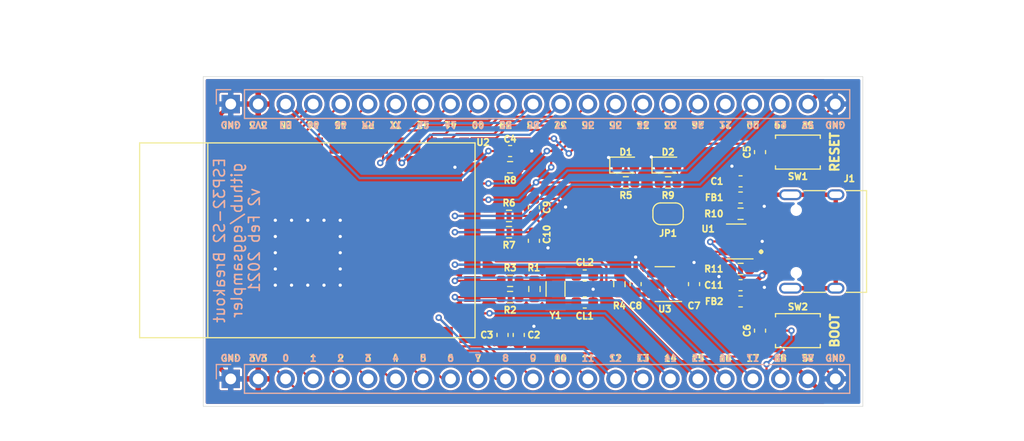
<source format=kicad_pcb>
(kicad_pcb (version 20240108) (generator "pcbnew") (generator_version "8.0")
  (layers (0 "F.Cu" signal) (31 "B.Cu" signal) (34 "B.Paste" user) (35 "F.Paste" user) (36 "B.SilkS" user "B.Silkscreen") (37 "F.SilkS" user "F.Silkscreen") (38 "B.Mask" user) (39 "F.Mask" user) (44 "Edge.Cuts" user))
  (net 0 "")
  (net 1 "/IO0")
  (net 2 "GND")
  (net 3 "VBUS")
  (net 4 "+3V3")
  (net 5 "/EN")
  (net 6 "Net-(CL1-Pad1)")
  (net 7 "Net-(CL2-Pad1)")
  (net 8 "/USB_D+")
  (net 9 "/USB_D-")
  (net 10 "/IO18")
  (net 11 "/IO17")
  (net 12 "/IO16")
  (net 13 "/IO15")
  (net 14 "/IO14")
  (net 15 "/IO13")
  (net 16 "/IO12")
  (net 17 "/IO11")
  (net 18 "/IO10")
  (net 19 "/IO9")
  (net 20 "/IO8")
  (net 21 "/IO7")
  (net 22 "/IO6")
  (net 23 "/IO5")
  (net 24 "/IO4")
  (net 25 "/IO3")
  (net 26 "/IO2")
  (net 27 "/IO1")
  (net 28 "/IO19")
  (net 29 "/IO20")
  (net 30 "/IO21")
  (net 31 "/IO26")
  (net 32 "/IO33")
  (net 33 "/IO34")
  (net 34 "/IO35")
  (net 35 "/IO36")
  (net 36 "/IO37")
  (net 37 "/IO38")
  (net 38 "/IO39")
  (net 39 "/IO40")
  (net 40 "/IO41")
  (net 41 "/IO42")
  (net 42 "/TXD0")
  (net 43 "/RXD0")
  (net 44 "/IO45")
  (net 45 "/IO46")
  (net 46 "Net-(D1-Pad2)")
  (net 47 "Net-(U3-Pad4)")
  (net 48 "Net-(D2-Pad2)")
  (net 49 "Net-(JP1-Pad2)")
  (net 50 "+5V")
  (net 51 "/D+")
  (net 52 "/D-")
  (net 53 "Net-(C1-Pad2)")
  (net 54 "Net-(J1-PadB8)")
  (net 55 "Net-(J1-PadA5)")
  (net 56 "Net-(J1-PadA8)")
  (net 57 "Net-(J1-PadB5)")
  (footprint "Capacitor_SMD:C_0603_1608Metric" (layer "F.Cu") (at 162.2 103 90)
    (property "Reference" "C7")
    (property "Value" "10u")
  )
  (footprint "Capacitor_SMD:C_0603_1608Metric" (layer "F.Cu") (at 156.8 103 90)
    (property "Reference" "C8")
    (property "Value" "4.7u")
  )
  (footprint "Capacitor_SMD:C_0603_1608Metric" (layer "F.Cu") (at 146 107.7 90)
    (property "Reference" "C2")
    (property "Value" "22u")
  )
  (footprint "Capacitor_SMD:C_0603_1608Metric" (layer "F.Cu") (at 144.5 107.7 90)
    (property "Reference" "C3")
    (property "Value" "0.1u")
  )
  (footprint "Capacitor_SMD:C_0603_1608Metric" (layer "F.Cu") (at 152.1 104.7)
    (property "Reference" "CL1")
    (property "Value" "20p")
  )
  (footprint "Capacitor_SMD:C_0603_1608Metric" (layer "F.Cu") (at 152.1 102.2)
    (property "Reference" "CL2")
    (property "Value" "20p")
  )
  (footprint "Resistor_SMD:R_0603_1608Metric" (layer "F.Cu") (at 145.2 104.2 180)
    (property "Reference" "R2")
    (property "Value" "0r")
  )
  (footprint "Resistor_SMD:R_0603_1608Metric" (layer "F.Cu") (at 145.2 102.7)
    (property "Reference" "R3")
    (property "Value" "0r")
  )
  (footprint "Resistor_SMD:R_0603_1608Metric" (layer "F.Cu") (at 155.3 103 -90)
    (property "Reference" "R4")
    (property "Value" "10k")
  )
  (footprint "Resistor_SMD:R_0603_1608Metric" (layer "F.Cu") (at 145.2 92.2 180)
    (property "Reference" "R8")
    (property "Value" "10k")
  )
  (footprint "Package_TO_SOT_SMD:SOT-23-5" (layer "F.Cu") (at 159.5 103 180)
    (property "Reference" "U3")
    (property "Value" "XC6220B331MR")
  )
  (footprint "ESP32-S2-Breakout:Crystal_SMD_3215-2Pin_3.2x1.5mm" (layer "F.Cu") (at 149.4 103.45 -90)
    (property "Reference" "Y1")
    (property "Value" "32.768KHz 12.5p")
  )
  (footprint "Resistor_SMD:R_0603_1608Metric" (layer "F.Cu") (at 147.45 103.45 -90)
    (property "Reference" "R1")
    (property "Value" "N/C")
  )
  (footprint "Resistor_SMD:R_0603_1608Metric" (layer "F.Cu") (at 145.1 96.7 180)
    (property "Reference" "R6")
    (property "Value" "22r")
  )
  (footprint "Capacitor_SMD:C_0603_1608Metric" (layer "F.Cu") (at 168.3 107.3 90)
    (property "Reference" "C6")
    (property "Value" "0.1u")
  )
  (footprint "ESP32-S2-Breakout:Alps_SKRK" (layer "F.Cu") (at 171.8 107.3 180)
    (property "Reference" "SW2")
    (property "Value" "Boot")
  )
  (footprint "ESP32-S2-Breakout:ESP32-S2-WROOM" (layer "F.Cu") (at 110.96 107.95 90)
    (property "Reference" "U2")
    (property "Value" "ESP32-S2-WROOM")
  )
  (footprint "LED_SMD:LED_0603_1608Metric" (layer "F.Cu") (at 155.9 92)
    (property "Reference" "D1")
    (property "Value" "LED")
  )
  (footprint "Resistor_SMD:R_0603_1608Metric" (layer "F.Cu") (at 155.9 93.6 180)
    (property "Reference" "R5")
    (property "Value" "100r")
  )
  (footprint "Capacitor_SMD:C_0603_1608Metric" (layer "F.Cu") (at 166.5 93.5)
    (property "Reference" "C1")
    (property "Value" "0.1u")
  )
  (footprint "Inductor_SMD:L_0603_1608Metric" (layer "F.Cu") (at 166.5 95 180)
    (property "Reference" "FB1")
    (property "Value" ">1A")
  )
  (footprint "Inductor_SMD:L_0603_1608Metric" (layer "F.Cu") (at 166.5 104.6)
    (property "Reference" "FB2")
    (property "Value" ">1A")
  )
  (footprint "Capacitor_SMD:C_0603_1608Metric" (layer "F.Cu") (at 147.4 95.9 -90)
    (property "Reference" "C9")
    (property "Value" "20p")
  )
  (footprint "Capacitor_SMD:C_0603_1608Metric" (layer "F.Cu") (at 147.4 99 -90)
    (property "Reference" "C10")
    (property "Value" "20p")
  )
  (footprint "ESP32-S2-Breakout:Alps_SKRK" (layer "F.Cu") (at 171.8 90.8 180)
    (property "Reference" "SW1")
    (property "Value" "Reset")
  )
  (footprint "Capacitor_SMD:C_0603_1608Metric" (layer "F.Cu") (at 168.3 90.8 -90)
    (property "Reference" "C5")
    (property "Value" "0.1u")
  )
  (footprint "Resistor_SMD:R_0603_1608Metric" (layer "F.Cu") (at 159.8 93.6)
    (property "Reference" "R9")
    (property "Value" "750r")
  )
  (footprint "LED_SMD:LED_0603_1608Metric" (layer "F.Cu") (at 159.8 92)
    (property "Reference" "D2")
    (property "Value" "LED")
  )
  (footprint "Jumper:SolderJumper-2_P1.3mm_Bridged_RoundedPad1.0x1.5mm" (layer "F.Cu") (at 159.8 96.5 180)
    (property "Reference" "JP1")
    (property "Value" "SolderJumper_2_Bridged")
  )
  (footprint "Resistor_SMD:R_0603_1608Metric" (layer "F.Cu") (at 145.1 98.2 180)
    (property "Reference" "R7")
    (property "Value" "22r")
  )
  (footprint "Capacitor_SMD:C_0603_1608Metric" (layer "F.Cu") (at 145.2 90.7)
    (property "Reference" "C4")
    (property "Value" "0.1u")
  )
  (footprint "Capacitor_SMD:C_0603_1608Metric" (layer "F.Cu") (at 166.5 103.1 180)
    (property "Reference" "C11")
    (property "Value" "0.1u")
  )
  (footprint "Package_TO_SOT_SMD:SOT-23-6" (layer "F.Cu") (at 166.1 99.06 180)
    (property "Reference" "U1")
    (property "Value" "USBLC6-2SC6")
  )
  (footprint "ESP32-S2-Breakout:USB_C_Receptacle_HRO_TYPE-C-31-M-12" (layer "F.Cu") (at 174.244 99.06 90)
    (property "Reference" "J1")
    (property "Value" "USB_C_Receptacle_USB2.0")
  )
  (footprint "Resistor_SMD:R_0603_1608Metric" (layer "F.Cu") (at 166.5 96.5 180)
    (property "Reference" "R10")
    (property "Value" "5.1k")
  )
  (footprint "Resistor_SMD:R_0603_1608Metric" (layer "F.Cu") (at 166.5 101.6 180)
    (property "Reference" "R11")
    (property "Value" "5.1k")
  )
  (footprint "Connector_PinHeader_2.54mm:PinHeader_1x23_P2.54mm_Vertical" (layer "B.Cu") (at 119.38 86.36 -90)
    (property "Reference" "J3" (hide yes))
    (property "Value" "Conn_01x23")
  )
  (footprint "Connector_PinHeader_2.54mm:PinHeader_1x23_P2.54mm_Vertical" (layer "B.Cu") (at 119.38 111.76 -90)
    (property "Reference" "J2" (hide yes))
    (property "Value" "Conn_01x23")
  )
  (gr_line (start 177.8 83.82) (end 116.84 83.82) (stroke (width 0.05)) (layer "Edge.Cuts"))
  (gr_line (start 116.84 83.82) (end 116.84 114.3) (stroke (width 0.05)) (layer "Edge.Cuts"))
  (gr_line (start 116.84 114.3) (end 177.8 114.3) (stroke (width 0.05)) (layer "Edge.Cuts"))
  (gr_line (start 177.8 114.3) (end 177.8 83.82) (stroke (width 0.05)) (layer "Edge.Cuts"))
  (gr_text "19" (at 170.18 88.265 180) (layer "B.SilkS") (effects (font (size 0.6 0.6)) (justify mirror)))
  (gr_text "20" (at 167.64 88.265 180) (layer "B.SilkS") (effects (font (size 0.6 0.6)) (justify mirror)))
  (gr_text "21" (at 165.1 88.265 180) (layer "B.SilkS") (effects (font (size 0.6 0.6)) (justify mirror)))
  (gr_text "26" (at 162.56 88.265 180) (layer "B.SilkS") (effects (font (size 0.6 0.6)) (justify mirror)))
  (gr_text "33" (at 160.02 88.265 180) (layer "B.SilkS") (effects (font (size 0.6 0.6)) (justify mirror)))
  (gr_text "RX" (at 132.08 88.265 180) (layer "B.SilkS") (effects (font (size 0.6 0.6)) (justify mirror)))
  (gr_text "3V3" (at 121.92 88.265 180) (layer "B.SilkS") (effects (font (size 0.6 0.6)) (justify mirror)))
  (gr_text "42" (at 137.16 88.265 180) (layer "B.SilkS") (effects (font (size 0.6 0.6)) (justify mirror)))
  (gr_text "40" (at 142.24 88.265 180) (layer "B.SilkS") (effects (font (size 0.6 0.6)) (justify mirror)))
  (gr_text "45" (at 129.54 88.265 180) (layer "B.SilkS") (effects (font (size 0.6 0.6)) (justify mirror)))
  (gr_text "38" (at 147.32 88.265 180) (layer "B.SilkS") (effects (font (size 0.6 0.6)) (justify mirror)))
  (gr_text "41" (at 139.7 88.265 180) (layer "B.SilkS") (effects (font (size 0.6 0.6)) (justify mirror)))
  (gr_text "46" (at 127 88.265 180) (layer "B.SilkS") (effects (font (size 0.6 0.6)) (justify mirror)))
  (gr_text "37" (at 149.86 88.265 180) (layer "B.SilkS") (effects (font (size 0.6 0.6)) (justify mirror)))
  (gr_text "GND" (at 119.38 88.265 180) (layer "B.SilkS") (effects (font (size 0.6 0.6)) (justify mirror)))
  (gr_text "TX" (at 134.62 88.265 180) (layer "B.SilkS") (effects (font (size 0.6 0.6)) (justify mirror)))
  (gr_text "35" (at 154.94 88.265 180) (layer "B.SilkS") (effects (font (size 0.6 0.6)) (justify mirror)))
  (gr_text "34" (at 157.48 88.265 180) (layer "B.SilkS") (effects (font (size 0.6 0.6)) (justify mirror)))
  (gr_text "36" (at 152.4 88.265 180) (layer "B.SilkS") (effects (font (size 0.6 0.6)) (justify mirror)))
  (gr_text "39" (at 144.78 88.265 180) (layer "B.SilkS") (effects (font (size 0.6 0.6)) (justify mirror)))
  (gr_text "EN" (at 124.46 88.265 180) (layer "B.SilkS") (effects (font (size 0.6 0.6)) (justify mirror)))
  (gr_text "16" (at 165.1 109.855 0) (layer "B.SilkS") (effects (font (size 0.6 0.6)) (justify mirror)))
  (gr_text "17" (at 167.64 109.855 0) (layer "B.SilkS") (effects (font (size 0.6 0.6)) (justify mirror)))
  (gr_text "7" (at 142.24 109.855 0) (layer "B.SilkS") (effects (font (size 0.6 0.6)) (justify mirror)))
  (gr_text "6" (at 139.7 109.855 0) (layer "B.SilkS") (effects (font (size 0.6 0.6)) (justify mirror)))
  (gr_text "5" (at 137.16 109.855 0) (layer "B.SilkS") (effects (font (size 0.6 0.6)) (justify mirror)))
  (gr_text "4" (at 134.62 109.855 0) (layer "B.SilkS") (effects (font (size 0.6 0.6)) (justify mirror)))
  (gr_text "10" (at 149.86 109.855 0) (layer "B.SilkS") (effects (font (size 0.6 0.6)) (justify mirror)))
  (gr_text "1" (at 127 109.855 0) (layer "B.SilkS") (effects (font (size 0.6 0.6)) (justify mirror)))
  (gr_text "3V3" (at 121.92 109.855 0) (layer "B.SilkS") (effects (font (size 0.6 0.6)) (justify mirror)))
  (gr_text "GND" (at 119.38 109.855 0) (layer "B.SilkS") (effects (font (size 0.6 0.6)) (justify mirror)))
  (gr_text "3" (at 132.08 109.855 0) (layer "B.SilkS") (effects (font (size 0.6 0.6)) (justify mirror)))
  (gr_text "18" (at 170.18 109.855 0) (layer "B.SilkS") (effects (font (size 0.6 0.6)) (justify mirror)))
  (gr_text "15" (at 162.56 109.855 0) (layer "B.SilkS") (effects (font (size 0.6 0.6)) (justify mirror)))
  (gr_text "8" (at 144.78 109.855 0) (layer "B.SilkS") (effects (font (size 0.6 0.6)) (justify mirror)))
  (gr_text "2" (at 129.54 109.855 0) (layer "B.SilkS") (effects (font (size 0.6 0.6)) (justify mirror)))
  (gr_text "9" (at 147.32 109.855 0) (layer "B.SilkS") (effects (font (size 0.6 0.6)) (justify mirror)))
  (gr_text "13" (at 157.48 109.855 0) (layer "B.SilkS") (effects (font (size 0.6 0.6)) (justify mirror)))
  (gr_text "14" (at 160.02 109.855 0) (layer "B.SilkS") (effects (font (size 0.6 0.6)) (justify mirror)))
  (gr_text "11" (at 152.4 109.855 0) (layer "B.SilkS") (effects (font (size 0.6 0.6)) (justify mirror)))
  (gr_text "12" (at 154.94 109.855 0) (layer "B.SilkS") (effects (font (size 0.6 0.6)) (justify mirror)))
  (gr_text "0" (at 124.46 109.855 0) (layer "B.SilkS") (effects (font (size 0.6 0.6)) (justify mirror)))
  (gr_text "ESP32-S2 Breakout\ngithub/eggsampler\nv2 Feb 2021" (at 119.95 98.95 90) (layer "B.SilkS") (effects (font (size 1 1)) (justify mirror)))
  (gr_text "GND" (at 175.26 109.855 0) (layer "B.SilkS") (effects (font (size 0.6 0.6)) (justify mirror)))
  (gr_text "5V" (at 172.72 88.265 180) (layer "B.SilkS") (effects (font (size 0.6 0.6)) (justify mirror)))
  (gr_text "5V" (at 172.72 109.855 0) (layer "B.SilkS") (effects (font (size 0.6 0.6)) (justify mirror)))
  (gr_text "GND" (at 175.26 88.265 180) (layer "B.SilkS") (effects (font (size 0.6 0.6)) (justify mirror)))
  (gr_text "GND" (at 175.26 109.855 0) (layer "F.SilkS") (effects (font (size 0.6 0.6))))
  (gr_text "RESET" (at 175.2 90.8 90) (layer "F.SilkS") (effects (font (size 0.8 0.8) (thickness 0.2))))
  (gr_text "9" (at 147.32 109.855 0) (layer "F.SilkS") (effects (font (size 0.6 0.6))))
  (gr_text "40" (at 142.24 88.265 180) (layer "F.SilkS") (effects (font (size 0.6 0.6))))
  (gr_text "46" (at 127 88.265 180) (layer "F.SilkS") (effects (font (size 0.6 0.6))))
  (gr_text "33" (at 160.02 88.265 180) (layer "F.SilkS") (effects (font (size 0.6 0.6))))
  (gr_text "10" (at 149.86 109.855 0) (layer "F.SilkS") (effects (font (size 0.6 0.6))))
  (gr_text "38" (at 147.32 88.265 180) (layer "F.SilkS") (effects (font (size 0.6 0.6))))
  (gr_text "4" (at 134.62 109.855 0) (layer "F.SilkS") (effects (font (size 0.6 0.6))))
  (gr_text "21" (at 165.1 88.265 180) (layer "F.SilkS") (effects (font (size 0.6 0.6))))
  (gr_text "6" (at 139.7 109.855 0) (layer "F.SilkS") (effects (font (size 0.6 0.6))))
  (gr_text "20" (at 167.64 88.265 180) (layer "F.SilkS") (effects (font (size 0.6 0.6))))
  (gr_text "41" (at 139.7 88.265 180) (layer "F.SilkS") (effects (font (size 0.6 0.6))))
  (gr_text "17" (at 167.64 109.855 0) (layer "F.SilkS") (effects (font (size 0.6 0.6))))
  (gr_text "19" (at 170.18 88.265 180) (layer "F.SilkS") (effects (font (size 0.6 0.6))))
  (gr_text "14" (at 160.02 109.855 0) (layer "F.SilkS") (effects (font (size 0.6 0.6))))
  (gr_text "GND" (at 119.38 88.265 180) (layer "F.SilkS") (effects (font (size 0.6 0.6))))
  (gr_text "7" (at 142.24 109.855 0) (layer "F.SilkS") (effects (font (size 0.6 0.6))))
  (gr_text "RX" (at 132.08 88.265 180) (layer "F.SilkS") (effects (font (size 0.6 0.6))))
  (gr_text "3V3" (at 121.92 88.265 180) (layer "F.SilkS") (effects (font (size 0.6 0.6))))
  (gr_text "11" (at 152.4 109.855 0) (layer "F.SilkS") (effects (font (size 0.6 0.6))))
  (gr_text "5V" (at 172.72 109.855 0) (layer "F.SilkS") (effects (font (size 0.6 0.6))))
  (gr_text "2" (at 129.54 109.855 0) (layer "F.SilkS") (effects (font (size 0.6 0.6))))
  (gr_text "13" (at 157.48 109.855 0) (layer "F.SilkS") (effects (font (size 0.6 0.6))))
  (gr_text "36" (at 152.4 88.265 180) (layer "F.SilkS") (effects (font (size 0.6 0.6))))
  (gr_text "." (at 168.4 99.4 0) (layer "F.SilkS") (effects (font (size 1.5 1.5) (thickness 0.3))))
  (gr_text "3" (at 132.08 109.855 0) (layer "F.SilkS") (effects (font (size 0.6 0.6))))
  (gr_text "18" (at 170.18 109.855 0) (layer "F.SilkS") (effects (font (size 0.6 0.6))))
  (gr_text "16" (at 165.1 109.855 0) (layer "F.SilkS") (effects (font (size 0.6 0.6))))
  (gr_text "1" (at 127 109.855 0) (layer "F.SilkS") (effects (font (size 0.6 0.6))))
  (gr_text "5" (at 137.16 109.855 0) (layer "F.SilkS") (effects (font (size 0.6 0.6))))
  (gr_text "TX" (at 134.62 88.265 180) (layer "F.SilkS") (effects (font (size 0.6 0.6))))
  (gr_text "GND" (at 119.38 109.855 0) (layer "F.SilkS") (effects (font (size 0.6 0.6))))
  (gr_text "34" (at 157.48 88.265 180) (layer "F.SilkS") (effects (font (size 0.6 0.6))))
  (gr_text "35" (at 154.94 88.265 180) (layer "F.SilkS") (effects (font (size 0.6 0.6))))
  (gr_text "42" (at 137.16 88.265 180) (layer "F.SilkS") (effects (font (size 0.6 0.6))))
  (gr_text "GND" (at 175.26 88.265 180) (layer "F.SilkS") (effects (font (size 0.6 0.6))))
  (gr_text "12" (at 154.94 109.855 0) (layer "F.SilkS") (effects (font (size 0.6 0.6))))
  (gr_text "45" (at 129.54 88.265 180) (layer "F.SilkS") (effects (font (size 0.6 0.6))))
  (gr_text "15" (at 162.56 109.855 0) (layer "F.SilkS") (effects (font (size 0.6 0.6))))
  (gr_text "26" (at 162.56 88.265 180) (layer "F.SilkS") (effects (font (size 0.6 0.6))))
  (gr_text "5V" (at 172.72 88.265 180) (layer "F.SilkS") (effects (font (size 0.6 0.6))))
  (gr_text "3V3" (at 121.92 109.855 0) (layer "F.SilkS") (effects (font (size 0.6 0.6))))
  (gr_text "8" (at 144.78 109.855 0) (layer "F.SilkS") (effects (font (size 0.6 0.6))))
  (gr_text "39" (at 144.78 88.265 180) (layer "F.SilkS") (effects (font (size 0.6 0.6))))
  (gr_text "BOOT" (at 175.2 107.3 90) (layer "F.SilkS") (effects (font (size 0.8 0.8) (thickness 0.2))))
  (gr_text "37" (at 149.86 88.265 180) (layer "F.SilkS") (effects (font (size 0.6 0.6))))
  (gr_text "EN" (at 124.46 88.265 180) (layer "F.SilkS") (effects (font (size 0.6 0.6))))
  (gr_text "0" (at 124.46 109.855 0) (layer "F.SilkS") (effects (font (size 0.6 0.6))))
  (segment (start 167.8 113.4) (end 168.9 112.3) (width 0.2032) (layer "F.Cu") (net 1))
  (segment (start 121.46 107.7) (end 121.46 108.76) (width 0.2032) (layer "F.Cu") (net 1))
  (segment (start 168.925 108.075) (end 169.7 107.3) (width 0.2032) (layer "F.Cu") (net 1))
  (segment (start 124.46 111.76) (end 126.1 113.4) (width 0.2032) (layer "F.Cu") (net 1))
  (segment (start 168.3 108.075) (end 168.925 108.075) (width 0.2032) (layer "F.Cu") (net 1))
  (segment (start 168.9 112.3) (end 168.9 110.4) (width 0.2032) (layer "F.Cu") (net 1))
  (segment (start 121.46 108.76) (end 124.46 111.76) (width 0.2032) (layer "F.Cu") (net 1))
  (segment (start 126.1 113.4) (end 167.8 113.4) (width 0.2032) (layer "F.Cu") (net 1))
  (segment (start 169.7 107.3) (end 171.2 107.3) (width 0.2032) (layer "F.Cu") (net 1))
  (via (at 171.2 107.3) (size 0.6) (drill 0.3) (layers "F.Cu" "B.Cu") (net 1))
  (via (at 168.9 110.4) (size 0.6) (drill 0.3) (layers "F.Cu" "B.Cu") (net 1))
  (segment (start 171.2 108.1) (end 168.9 110.4) (width 0.2032) (layer "B.Cu") (net 1))
  (segment (start 171.2 107.3) (end 171.2 108.1) (width 0.2032) (layer "B.Cu") (net 1))
  (segment (start 158.99839 92) (end 158.249195 91.250805) (width 0.2032) (layer "F.Cu") (net 2))
  (segment (start 170.199 95.81) (end 168.690022 95.81) (width 0.4064) (layer "F.Cu") (net 2))
  (segment (start 118.46 107.7) (end 118.46 110.84) (width 0.4064) (layer "F.Cu") (net 2))
  (segment (start 167.2 99.06) (end 168.49 99.06) (width 0.2032) (layer "F.Cu") (net 2))
  (segment (start 147.375 106.925) (end 147.4 106.9) (width 0.4064) (layer "F.Cu") (net 2))
  (segment (start 156.8 102.225) (end 156.8 100.5) (width 0.4064) (layer "F.Cu") (net 2))
  (segment (start 118.46 110.84) (end 119.38 111.76) (width 0.4064) (layer "F.Cu") (net 2))
  (segment (start 159.0125 92) (end 158.99839 92) (width 0.2032) (layer "F.Cu") (net 2))
  (segment (start 147.4 95.125) (end 149.575 95.125) (width 0.2032) (layer "F.Cu") (net 2))
  (segment (start 148.675 99.675) (end 148.7 99.65) (width 0.2032) (layer "F.Cu") (net 2))
  (segment (start 145.975 90.7) (end 147.2 90.7) (width 0.2032) (layer "F.Cu") (net 2))
  (segment (start 173.9 87.72) (end 175.26 86.36) (width 0.2032) (layer "F.Cu") (net 2))
  (segment (start 173.9 107.3) (end 173.9 110.4) (width 0.2032) (layer "F.Cu") (net 2))
  (segment (start 172.59839 105.99839) (end 173.9 107.3) (width 0.2032) (layer "F.Cu") (net 2))
  (segment (start 118.46 87.28) (end 119.38 86.36) (width 0.4064) (layer "F.Cu") (net 2))
  (segment (start 155.1125 92) (end 154.999994 92) (width 0.2032) (layer "F.Cu") (net 2))
  (segment (start 165.675 101.6) (end 165.2 101.6) (width 0.4064) (layer "F.Cu") (net 2))
  (segment (start 149.575 95.125) (end 150.325 95.875) (width 0.2032) (layer "F.Cu") (net 2))
  (segment (start 118.46 90.2) (end 118.46 87.28) (width 0.4064) (layer "F.Cu") (net 2))
  (segment (start 147.4 99.675) (end 148.675 99.675) (width 0.2032) (layer "F.Cu") (net 2))
  (segment (start 161.425 103) (end 162.2 102.225) (width 0.4064) (layer "F.Cu") (net 2))
  (segment (start 165.675 95.0375) (end 165.7125 95) (width 0.4064) (layer "F.Cu") (net 2))
  (segment (start 165.3 103.1) (end 164.5 102.3) (width 0.4064) (layer "F.Cu") (net 2))
  (segment (start 165.7125 93.5125) (end 165.725 93.5) (width 0.4064) (layer "F.Cu") (net 2))
  (segment (start 160.6 103) (end 161.425 103) (width 0.4064) (layer "F.Cu") (net 2))
  (segment (start 165.725 93.5) (end 165.725 92.125) (width 0.4064) (layer "F.Cu") (net 2))
  (segment (start 169.69 102.31) (end 168.7 103.3) (width 0.4064) (layer "F.Cu") (net 2))
  (segment (start 168.3 91.575) (end 168.82661 92.10161) (width 0.2032) (layer "F.Cu") (net 2))
  (segment (start 170.199 102.31) (end 169.69 102.31) (width 0.4064) (layer "F.Cu") (net 2))
  (segment (start 165.2 101.6) (end 164.5 102.3) (width 0.4064) (layer "F.Cu") (net 2))
  (segment (start 165.725 103.1) (end 165.3 103.1) (width 0.4064) (layer "F.Cu") (net 2))
  (segment (start 168.49 99.06) (end 168.5 99.05) (width 0.2032) (layer "F.Cu") (net 2))
  (segment (start 152.875 104.7) (end 152.875 103.474982) (width 0.2032) (layer "F.Cu") (net 2))
  (segment (start 173.9 110.4) (end 175.26 111.76) (width 0.2032) (layer "F.Cu") (net 2))
  (segment (start 152.875 102.2) (end 152.875 103.474982) (width 0.2032) (layer "F.Cu") (net 2))
  (segment (start 165.675 96.5) (end 165.675 95.0375) (width 0.4064) (layer "F.Cu") (net 2))
  (segment (start 154.999994 92) (end 154.3 91.300006) (width 0.2032) (layer "F.Cu") (net 2))
  (segment (start 168.82661 105.99839) (end 172.59839 105.99839) (width 0.2032) (layer "F.Cu") (net 2))
  (segment (start 173.9 90.8) (end 173.9 87.72) (width 0.2032) (layer "F.Cu") (net 2))
  (segment (start 165.725 92.125) (end 165.7 92.1) (width 0.4064) (layer "F.Cu") (net 2))
  (segment (start 168.3 106.525) (end 168.82661 105.99839) (width 0.2032) (layer "F.Cu") (net 2))
  (segment (start 144.5 106.925) (end 146 106.925) (width 0.4064) (layer "F.Cu") (net 2))
  (segment (start 162.2 102.225) (end 162.2 101) (width 0.4064) (layer "F.Cu") (net 2))
  (segment (start 165.7125 95) (end 165.7125 93.5125) (width 0.4064) (layer "F.Cu") (net 2))
  (segment (start 146 106.925) (end 147.375 106.925) (width 0.4064) (layer "F.Cu") (net 2))
  (segment (start 141.71 92.2) (end 140.1 92.2) (width 0.4064) (layer "F.Cu") (net 2))
  (segment (start 172.59839 92.10161) (end 173.9 90.8) (width 0.2032) (layer "F.Cu") (net 2))
  (segment (start 168.82661 92.10161) (end 172.59839 92.10161) (width 0.2032) (layer "F.Cu") (net 2))
  (via (at 128 97.1) (size 0.6) (drill 0.3) (layers "F.Cu" "B.Cu") (net 2))
  (via (at 152.875 103.474982) (size 0.6) (drill 0.3) (layers "F.Cu" "B.Cu") (net 2))
  (via (at 129.5 100.1) (size 0.6) (drill 0.3) (layers "F.Cu" "B.Cu") (net 2))
  (via (at 126.5 103.1) (size 0.6) (drill 0.3) (layers "F.Cu" "B.Cu") (net 2))
  (via (at 147.4 106.9) (size 0.6) (drill 0.3) (layers "F.Cu" "B.Cu") (net 2))
  (via (at 126.5 97.1) (size 0.6) (drill 0.3) (layers "F.Cu" "B.Cu") (net 2))
  (via (at 165.7 92.1) (size 0.6) (drill 0.3) (layers "F.Cu" "B.Cu") (net 2))
  (via (at 168.690022 95.81) (size 0.6) (drill 0.3) (layers "F.Cu" "B.Cu") (net 2))
  (via (at 129.5 103.1) (size 0.6) (drill 0.3) (layers "F.Cu" "B.Cu") (net 2))
  (via (at 123.5 103.1) (size 0.6) (drill 0.3) (layers "F.Cu" "B.Cu") (net 2))
  (via (at 123.5 98.6) (size 0.6) (drill 0.3) (layers "F.Cu" "B.Cu") (net 2))
  (via (at 158.249195 91.250805) (size 0.6) (drill 0.3) (layers "F.Cu" "B.Cu") (net 2))
  (via (at 168.7 103.3) (size 0.6) (drill 0.3) (layers "F.Cu" "B.Cu") (net 2))
  (via (at 129.5 101.6) (size 0.6) (drill 0.3) (layers "F.Cu" "B.Cu") (net 2))
  (via (at 162.2 101) (size 0.6) (drill 0.3) (layers "F.Cu" "B.Cu") (net 2))
  (via (at 123.5 97.1) (size 0.6) (drill 0.3) (layers "F.Cu" "B.Cu") (net 2))
  (via (at 128 103.1) (size 0.6) (drill 0.3) (layers "F.Cu" "B.Cu") (net 2))
  (via (at 123.5 100.1) (size 0.6) (drill 0.3) (layers "F.Cu" "B.Cu") (net 2))
  (via (at 123.5 101.6) (size 0.6) (drill 0.3) (layers "F.Cu" "B.Cu") (net 2))
  (via (at 129.5 98.6) (size 0.6) (drill 0.3) (layers "F.Cu" "B.Cu") (net 2))
  (via (at 125 97.1) (size 0.6) (drill 0.3) (layers "F.Cu" "B.Cu") (net 2))
  (via (at 148.7 99.65) (size 0.6) (drill 0.3) (layers "F.Cu" "B.Cu") (net 2))
  (via (at 168.5 99.05) (size 0.6) (drill 0.3) (layers "F.Cu" "B.Cu") (net 2))
  (via (at 140.1 92.2) (size 0.6) (drill 0.3) (layers "F.Cu" "B.Cu") (net 2))
  (via (at 147.2 90.7) (size 0.6) (drill 0.3) (layers "F.Cu" "B.Cu") (net 2))
  (via (at 154.3 91.300006) (size 0.6) (drill 0.3) (layers "F.Cu" "B.Cu") (net 2))
  (via (at 156.8 100.5) (size 0.6) (drill 0.3) (layers "F.Cu" "B.Cu") (net 2))
  (via (at 150.325 95.875) (size 0.6) (drill 0.3) (layers "F.Cu" "B.Cu") (net 2))
  (via (at 129.5 97.1) (size 0.6) (drill 0.3) (layers "F.Cu" "B.Cu") (net 2))
  (via (at 125 103.1) (size 0.6) (drill 0.3) (layers "F.Cu" "B.Cu") (net 2))
  (via (at 164.5 102.3) (size 0.6) (drill 0.3) (layers "F.Cu" "B.Cu") (net 2))
  (segment (start 171.039 96.61) (end 171.730413 97.301414) (width 0.4064) (layer "F.Cu") (net 3))
  (segment (start 170.199 96.61) (end 171.039 96.61) (width 0.4064) (layer "F.Cu") (net 3))
  (segment (start 165 99.06) (end 163.74 99.06) (width 0.2032) (layer "F.Cu") (net 3))
  (segment (start 171.730413 97.301414) (end 171.730413 100.785849) (width 0.4064) (layer "F.Cu") (net 3))
  (segment (start 171.730413 100.785849) (end 171.006262 101.51) (width 0.4064) (layer "F.Cu") (net 3))
  (segment (start 168.5 102.2) (end 169.19 101.51) (width 0.4064) (layer "F.Cu") (net 3))
  (segment (start 165 99.06) (end 165 99.2) (width 0.2032) (layer "F.Cu") (net 3))
  (segment (start 163.74 99.06) (end 163.7 99.1) (width 0.2032) (layer "F.Cu") (net 3))
  (segment (start 169.19 101.51) (end 170.199 101.51) (width 0.4064) (layer "F.Cu") (net 3))
  (segment (start 167.275 103.1) (end 167.275 104.5875) (width 0.4064) (layer "F.Cu") (net 3))
  (segment (start 167.275 104.5875) (end 167.2875 104.6) (width 0.4064) (layer "F.Cu") (net 3))
  (segment (start 167.275 103.1) (end 167.6 103.1) (width 0.4064) (layer "F.Cu") (net 3))
  (segment (start 167.6 103.1) (end 168.5 102.2) (width 0.4064) (layer "F.Cu") (net 3))
  (segment (start 171.006262 101.51) (end 170.199 101.51) (width 0.4064) (layer "F.Cu") (net 3))
  (via (at 168.5 102.2) (size 0.6) (drill 0.3) (layers "F.Cu" "B.Cu") (net 3))
  (via (at 163.7 99.1) (size 0.6) (drill 0.3) (layers "F.Cu" "B.Cu") (net 3))
  (segment (start 166.8 102.2) (end 168.5 102.2) (width 0.2032) (layer "B.Cu") (net 3))
  (segment (start 163.7 99.1) (end 166.8 102.2) (width 0.2032) (layer "B.Cu") (net 3))
  (segment (start 156.775 103.775) (end 155.3 102.3) (width 0.4064) (layer "F.Cu") (net 4))
  (segment (start 156.975 103.95) (end 156.8 103.775) (width 0.4064) (layer "F.Cu") (net 4))
  (segment (start 158.4 103.95) (end 156.975 103.95) (width 0.4064) (layer "F.Cu") (net 4))
  (segment (start 156.8 103.775) (end 156.775 103.775) (width 0.4064) (layer "F.Cu") (net 4))
  (segment (start 155.3 102.3) (end 155.3 102.175) (width 0.4064) (layer "F.Cu") (net 4))
  (segment (start 143.200002 90.7) (end 144.425 90.7) (width 0.2032) (layer "F.Cu") (net 5))
  (segment (start 168.3 90.025) (end 168.925 90.025) (width 0.2032) (layer "F.Cu") (net 5))
  (segment (start 124.46 86.36) (end 121.82 89) (width 0.2032) (layer "F.Cu") (net 5))
  (segment (start 168.3 90.025) (end 151.525002 90.025) (width 0.2032) (layer "F.Cu") (net 5))
  (segment (start 168.925 90.025) (end 169.7 90.8) (width 0.2032) (layer "F.Cu") (net 5))
  (segment (start 144.425 90.225) (end 145.1 89.55) (width 0.2032) (layer "F.Cu") (net 5))
  (segment (start 144.425 90.7) (end 144.425 90.225) (width 0.2032) (layer "F.Cu") (net 5))
  (segment (start 119.96 89.44) (end 119.96 90.2) (width 0.2032) (layer "F.Cu") (net 5))
  (segment (start 121.82 89) (end 120.4 89) (width 0.2032) (layer "F.Cu") (net 5))
  (segment (start 144.375 90.75) (end 144.425 90.7) (width 0.2032) (layer "F.Cu") (net 5))
  (segment (start 145.1 89.55) (end 149.25 89.55) (width 0.2032) (layer "F.Cu") (net 5))
  (segment (start 120.4 89) (end 119.96 89.44) (width 0.2032) (layer "F.Cu") (net 5))
  (segment (start 144.375 92.2) (end 144.375 90.75) (width 0.2032) (layer "F.Cu") (net 5))
  (segment (start 151.525002 90.025) (end 150.625 90.925002) (width 0.2032) (layer "F.Cu") (net 5))
  (via (at 149.25 89.55) (size 0.6) (drill 0.3) (layers "F.Cu" "B.Cu") (net 5))
  (via (at 150.625 90.925002) (size 0.6) (drill 0.3) (layers "F.Cu" "B.Cu") (net 5))
  (via (at 143.200002 90.7) (size 0.6) (drill 0.3) (layers "F.Cu" "B.Cu") (net 5))
  (segment (start 124.46 86.36) (end 131.3 93.2) (width 0.2032) (layer "B.Cu") (net 5))
  (segment (start 131.3 93.2) (end 140.700002 93.2) (width 0.2032) (layer "B.Cu") (net 5))
  (segment (start 140.700002 93.2) (end 143.200002 90.7) (width 0.2032) (layer "B.Cu") (net 5))
  (segment (start 149.549999 89.850001) (end 150.625 90.925002) (width 0.2032) (layer "B.Cu") (net 5))
  (segment (start 149.25 89.55) (end 149.549999 89.850001) (width 0.2032) (layer "B.Cu") (net 5))
  (segment (start 146.025 104.2) (end 147.375 104.2) (width 0.2032) (layer "F.Cu") (net 6))
  (segment (start 149.4 104.7) (end 151.325 104.7) (width 0.2032) (layer "F.Cu") (net 6))
  (segment (start 147.375 104.2) (end 147.45 104.275) (width 0.2032) (layer "F.Cu") (net 6))
  (segment (start 147.45 104.275) (end 148.975 104.275) (width 0.2032) (layer "F.Cu") (net 6))
  (segment (start 148.975 104.275) (end 149.4 104.7) (width 0.2032) (layer "F.Cu") (net 6))
  (segment (start 149.4 102.2) (end 151.325 102.2) (width 0.2032) (layer "F.Cu") (net 7))
  (segment (start 147.375 102.7) (end 147.45 102.625) (width 0.2032) (layer "F.Cu") (net 7))
  (segment (start 146.025 102.7) (end 147.375 102.7) (width 0.2032) (layer "F.Cu") (net 7))
  (segment (start 148.975 102.625) (end 149.4 102.2) (width 0.2032) (layer "F.Cu") (net 7))
  (segment (start 147.45 102.625) (end 148.975 102.625) (width 0.2032) (layer "F.Cu") (net 7))
  (segment (start 156.417015 97.246789) (end 147.896789 97.246789) (width 0.2032) (layer "F.Cu") (net 8))
  (segment (start 163 98.85) (end 158.020226 98.85) (width 0.2032) (layer "F.Cu") (net 8))
  (segment (start 163.74 98.11) (end 163 98.85) (width 0.2032) (layer "F.Cu") (net 8))
  (segment (start 158.020226 98.85) (end 156.417015 97.246789) (width 0.2032) (layer "F.Cu") (net 8))
  (segment (start 147.4 96.75) (end 147.4 96.675) (width 0.2032) (layer "F.Cu") (net 8))
  (segment (start 145.925 96.7) (end 147.375 96.7) (width 0.2032) (layer "F.Cu") (net 8))
  (segment (start 165 98.11) (end 163.74 98.11) (width 0.2032) (layer "F.Cu") (net 8))
  (segment (start 147.375 96.7) (end 147.4 96.675) (width 0.2032) (layer "F.Cu") (net 8))
  (segment (start 147.896789 97.246789) (end 147.4 96.75) (width 0.2032) (layer "F.Cu") (net 8))
  (segment (start 147.325 98.2) (end 147.4 98.125) (width 0.2032) (layer "F.Cu") (net 9))
  (segment (start 162.996998 99.285) (end 157.885 99.285) (width 0.2032) (layer "F.Cu") (net 9))
  (segment (start 163.721998 100.01) (end 162.996998 99.285) (width 0.2032) (layer "F.Cu") (net 9))
  (segment (start 157.885 99.285) (end 156.25 97.65) (width 0.2032) (layer "F.Cu") (net 9))
  (segment (start 147.875 97.65) (end 147.4 98.125) (width 0.2032) (layer "F.Cu") (net 9))
  (segment (start 165 100.01) (end 163.721998 100.01) (width 0.2032) (layer "F.Cu") (net 9))
  (segment (start 145.925 98.2) (end 147.325 98.2) (width 0.2032) (layer "F.Cu") (net 9))
  (segment (start 156.25 97.65) (end 147.875 97.65) (width 0.2032) (layer "F.Cu") (net 9))
  (segment (start 143.9 100.9) (end 153.6 100.9) (width 0.2032) (layer "F.Cu") (net 10))
  (segment (start 161.175 109.7) (end 155.3 103.825) (width 0.2032) (layer "F.Cu") (net 10))
  (segment (start 170.18 110.48) (end 169.4 109.7) (width 0.2032) (layer "F.Cu") (net 10))
  (segment (start 154.1 101.4) (end 154.1 103.3) (width 0.2032) (layer "F.Cu") (net 10))
  (segment (start 169.4 109.7) (end 161.175 109.7) (width 0.2032) (layer "F.Cu") (net 10))
  (segment (start 153.6 100.9) (end 154.1 101.4) (width 0.2032) (layer "F.Cu") (net 10))
  (segment (start 154.625 103.825) (end 155.3 103.825) (width 0.2032) (layer "F.Cu") (net 10))
  (segment (start 142.7 99.7) (end 143.9 100.9) (width 0.2032) (layer "F.Cu") (net 10))
  (segment (start 170.18 111.76) (end 170.18 110.48) (width 0.2032) (layer "F.Cu") (net 10))
  (segment (start 154.1 103.3) (end 154.625 103.825) (width 0.2032) (layer "F.Cu") (net 10))
  (segment (start 141.71 99.7) (end 142.7 99.7) (width 0.2032) (layer "F.Cu") (net 10))
  (segment (start 141.71 101.2) (end 140.1 101.2) (width 0.2032) (layer "F.Cu") (net 11))
  (via (at 140.1 101.2) (size 0.6) (drill 0.3) (layers "F.Cu" "B.Cu") (net 11))
  (segment (start 157.08 101.2) (end 167.64 111.76) (width 0.2032) (layer "B.Cu") (net 11))
  (segment (start 140.1 101.2) (end 157.08 101.2) (width 0.2032) (layer "B.Cu") (net 11))
  (segment (start 141.71 102.7) (end 144.375 102.7) (width 0.2032) (layer "F.Cu") (net 12))
  (segment (start 141.71 102.7) (end 140.1 102.7) (width 0.2032) (layer "F.Cu") (net 12))
  (via (at 140.1 102.7) (size 0.6) (drill 0.3) (layers "F.Cu" "B.Cu") (net 12))
  (segment (start 140.4 102.4) (end 155.74 102.4) (width 0.2032) (layer "B.Cu") (net 12))
  (segment (start 155.74 102.4) (end 165.1 111.76) (width 0.2032) (layer "B.Cu") (net 12))
  (segment (start 140.1 102.7) (end 140.4 102.4) (width 0.2032) (layer "B.Cu") (net 12))
  (segment (start 141.71 104.2) (end 140.1 104.2) (width 0.2032) (layer "F.Cu") (net 13))
  (segment (start 141.71 104.2) (end 144.375 104.2) (width 0.2032) (layer "F.Cu") (net 13))
  (via (at 140.1 104.2) (size 0.6) (drill 0.3) (layers "F.Cu" "B.Cu") (net 13))
  (segment (start 155.3 104.5) (end 162.56 111.76) (width 0.2032) (layer "B.Cu") (net 13))
  (segment (start 140.4 104.5) (end 155.3 104.5) (width 0.2032) (layer "B.Cu") (net 13))
  (segment (start 140.1 104.2) (end 140.4 104.5) (width 0.2032) (layer "B.Cu") (net 13))
  (segment (start 141.71 105.7) (end 143.3 105.7) (width 0.2032) (layer "F.Cu") (net 14))
  (via (at 143.3 105.7) (size 0.6) (drill 0.3) (layers "F.Cu" "B.Cu") (net 14))
  (segment (start 160.02 111.76) (end 153.96 105.7) (width 0.2032) (layer "B.Cu") (net 14))
  (segment (start 153.96 105.7) (end 143.3 105.7) (width 0.2032) (layer "B.Cu") (net 14))
  (segment (start 155.12 109.4) (end 157.48 111.76) (width 0.2032) (layer "F.Cu") (net 15))
  (segment (start 142.195128 107.7) (end 143.893896 109.398768) (width 0.2032) (layer "F.Cu") (net 15))
  (segment (start 143.893896 109.398768) (end 146.669447 109.398769) (width 0.2032) (layer "F.Cu") (net 15))
  (segment (start 140.96 107.7) (end 142.195128 107.7) (width 0.2032) (layer "F.Cu") (net 15))
  (segment (start 146.670678 109.4) (end 155.12 109.4) (width 0.2032) (layer "F.Cu") (net 15))
  (segment (start 146.669447 109.398769) (end 146.670678 109.4) (width 0.2032) (layer "F.Cu") (net 15))
  (segment (start 139.46 106.959988) (end 138.600012 106.1) (width 0.2032) (layer "F.Cu") (net 16))
  (segment (start 139.46 107.7) (end 139.46 106.959988) (width 0.2032) (layer "F.Cu") (net 16))
  (via (at 138.600012 106.1) (size 0.6) (drill 0.3) (layers "F.Cu" "B.Cu") (net 16))
  (segment (start 154.94 111.76) (end 154.76 111.76) (width 0.2032) (layer "B.Cu") (net 16))
  (segment (start 154.76 111.76) (end 152 109) (width 0.2032) (layer "B.Cu") (net 16))
  (segment (start 141.500012 109) (end 138.600012 106.1) (width 0.2032) (layer "B.Cu") (net 16))
  (segment (start 152 109) (end 141.500012 109) (width 0.2032) (layer "B.Cu") (net 16))
  (segment (start 146.503663 109.803211) (end 150.443211 109.803211) (width 0.2032) (layer "F.Cu") (net 17))
  (segment (start 142.581377 108.751603) (end 143.631752 109.801978) (width 0.2032) (layer "F.Cu") (net 17))
  (segment (start 150.443211 109.803211) (end 152.4 111.76) (width 0.2032) (layer "F.Cu") (net 17))
  (segment (start 137.96 107.906685) (end 138.804917 108.751602) (width 0.2032) (layer "F.Cu") (net 17))
  (segment (start 138.804917 108.751602) (end 142.581377 108.751603) (width 0.2032) (layer "F.Cu") (net 17))
  (segment (start 143.631752 109.801978) (end 146.502431 109.801979) (width 0.2032) (layer "F.Cu") (net 17))
  (segment (start 137.96 107.7) (end 137.96 107.906685) (width 0.2032) (layer "F.Cu") (net 17))
  (segment (start 146.502431 109.801979) (end 146.503663 109.803211) (width 0.2032) (layer "F.Cu") (net 17))
  (segment (start 142.414361 109.154813) (end 143.464736 110.205188) (width 0.2032) (layer "F.Cu") (net 18))
  (segment (start 148.306422 110.206422) (end 149.86 111.76) (width 0.2032) (layer "F.Cu") (net 18))
  (segment (start 146.335415 110.205189) (end 146.336648 110.206422) (width 0.2032) (layer "F.Cu") (net 18))
  (segment (start 136.46 107.7) (end 136.46 107.942882) (width 0.2032) (layer "F.Cu") (net 18))
  (segment (start 137.512676 108.995558) (end 138.478648 108.995559) (width 0.2032) (layer "F.Cu") (net 18))
  (segment (start 146.336648 110.206422) (end 148.306422 110.206422) (width 0.2032) (layer "F.Cu") (net 18))
  (segment (start 138.637901 109.154812) (end 142.414361 109.154813) (width 0.2032) (layer "F.Cu") (net 18))
  (segment (start 136.46 107.942882) (end 137.512676 108.995558) (width 0.2032) (layer "F.Cu") (net 18))
  (segment (start 138.478648 108.995559) (end 138.637901 109.154812) (width 0.2032) (layer "F.Cu") (net 18))
  (segment (start 143.464736 110.205188) (end 146.335415 110.205189) (width 0.2032) (layer "F.Cu") (net 18))
  (segment (start 138.470886 109.558023) (end 142.247345 109.558023) (width 0.2032) (layer "F.Cu") (net 19))
  (segment (start 136.698496 108.751604) (end 137.34566 109.398768) (width 0.2032) (layer "F.Cu") (net 19))
  (segment (start 135.058404 108.751604) (end 136.698496 108.751604) (width 0.2032) (layer "F.Cu") (net 19))
  (segment (start 146.168399 110.608399) (end 147.32 111.76) (width 0.2032) (layer "F.Cu") (net 19))
  (segment (start 143.297721 110.608399) (end 146.168399 110.608399) (width 0.2032) (layer "F.Cu") (net 19))
  (segment (start 142.247345 109.558023) (end 143.297721 110.608399) (width 0.2032) (layer "F.Cu") (net 19))
  (segment (start 138.311632 109.398769) (end 138.470886 109.558023) (width 0.2032) (layer "F.Cu") (net 19))
  (segment (start 134.96 107.7) (end 134.96 108.6532) (width 0.2032) (layer "F.Cu") (net 19))
  (segment (start 134.96 108.6532) (end 135.058404 108.751604) (width 0.2032) (layer "F.Cu") (net 19))
  (segment (start 137.34566 109.398768) (end 138.311632 109.398769) (width 0.2032) (layer "F.Cu") (net 19))
  (segment (start 138.144616 109.801979) (end 138.303871 109.961234) (width 0.2032) (layer "F.Cu") (net 20))
  (segment (start 133.961614 109.154814) (end 136.531481 109.154815) (width 0.2032) (layer "F.Cu") (net 20))
  (segment (start 138.303871 109.961234) (end 142.08033 109.961234) (width 0.2032) (layer "F.Cu") (net 20))
  (segment (start 143.879096 111.76) (end 144.78 111.76) (width 0.2032) (layer "F.Cu") (net 20))
  (segment (start 137.178644 109.801978) (end 138.144616 109.801979) (width 0.2032) (layer "F.Cu") (net 20))
  (segment (start 133.46 108.6532) (end 133.961614 109.154814) (width 0.2032) (layer "F.Cu") (net 20))
  (segment (start 136.531481 109.154815) (end 137.178644 109.801978) (width 0.2032) (layer "F.Cu") (net 20))
  (segment (start 133.46 107.7) (end 133.46 108.6532) (width 0.2032) (layer "F.Cu") (net 20))
  (segment (start 142.08033 109.961234) (end 143.879096 111.76) (width 0.2032) (layer "F.Cu") (net 20))
  (segment (start 136.364465 109.558025) (end 137.011628 110.205188) (width 0.2032) (layer "F.Cu") (net 21))
  (segment (start 133.668703 109.558025) (end 136.364465 109.558025) (width 0.2032) (layer "F.Cu") (net 21))
  (segment (start 140.844445 110.364445) (end 142.24 111.76) (width 0.2032) (layer "F.Cu") (net 21))
  (segment (start 131.96 107.849322) (end 133.668703 109.558025) (width 0.2032) (layer "F.Cu") (net 21))
  (segment (start 137.97427 110.205188) (end 138.133527 110.364445) (width 0.2032) (layer "F.Cu") (net 21))
  (segment (start 137.011628 110.205188) (end 137.97427 110.205188) (width 0.2032) (layer "F.Cu") (net 21))
  (segment (start 138.133527 110.364445) (end 140.844445 110.364445) (width 0.2032) (layer "F.Cu") (net 21))
  (segment (start 131.96 107.7) (end 131.96 107.849322) (width 0.2032) (layer "F.Cu") (net 21))
  (segment (start 130.802358 108.995558) (end 132.536011 108.995559) (width 0.2032) (layer "F.Cu") (net 22))
  (segment (start 132.536011 108.995559) (end 133.501688 109.961236) (width 0.2032) (layer "F.Cu") (net 22))
  (segment (start 130.46 107.7) (end 130.46 108.6532) (width 0.2032) (layer "F.Cu") (net 22))
  (segment (start 136.844613 110.608399) (end 137.807224 110.608399) (width 0.2032) (layer "F.Cu") (net 22))
  (segment (start 136.19745 109.961236) (end 136.844613 110.608399) (width 0.2032) (layer "F.Cu") (net 22))
  (segment (start 137.807224 110.608399) (end 138.958825 111.76) (width 0.2032) (layer "F.Cu") (net 22))
  (segment (start 138.958825 111.76) (end 139.7 111.76) (width 0.2032) (layer "F.Cu") (net 22))
  (segment (start 133.501688 109.961236) (end 136.19745 109.961236) (width 0.2032) (layer "F.Cu") (net 22))
  (segment (start 130.46 108.6532) (end 130.802358 108.995558) (width 0.2032) (layer "F.Cu") (net 22))
  (segment (start 133.334671 110.364445) (end 135.764445 110.364445) (width 0.2032) (layer "F.Cu") (net 23))
  (segment (start 132.368995 109.398769) (end 133.334671 110.364445) (width 0.2032) (layer "F.Cu") (net 23))
  (segment (start 128.96 108.6532) (end 129.705568 109.398768) (width 0.2032) (layer "F.Cu") (net 23))
  (segment (start 135.764445 110.364445) (end 137.16 111.76) (width 0.2032) (layer "F.Cu") (net 23))
  (segment (start 129.705568 109.398768) (end 132.368995 109.398769) (width 0.2032) (layer "F.Cu") (net 23))
  (segment (start 128.96 107.7) (end 128.96 108.6532) (width 0.2032) (layer "F.Cu") (net 23))
  (segment (start 134.16 111.76) (end 134.62 111.76) (width 0.2032) (layer "F.Cu") (net 24))
  (segment (start 128.608779 109.801979) (end 132.201979 109.801979) (width 0.2032) (layer "F.Cu") (net 24))
  (segment (start 132.201979 109.801979) (end 134.16 111.76) (width 0.2032) (layer "F.Cu") (net 24))
  (segment (start 127.46 108.6532) (end 128.608779 109.801979) (width 0.2032) (layer "F.Cu") (net 24))
  (segment (start 127.46 107.7) (end 127.46 108.6532) (width 0.2032) (layer "F.Cu") (net 24))
  (segment (start 130.525189 110.205189) (end 132.08 111.76) (width 0.2032) (layer "F.Cu") (net 25))
  (segment (start 125.96 107.7) (end 125.96 108.6532) (width 0.2032) (layer "F.Cu") (net 25))
  (segment (start 127.511989 110.205189) (end 130.525189 110.205189) (width 0.2032) (layer "F.Cu") (net 25))
  (segment (start 125.96 108.6532) (end 127.511989 110.205189) (width 0.2032) (layer "F.Cu") (net 25))
  (segment (start 124.46 107.7) (end 124.46 108.6532) (width 0.2032) (layer "F.Cu") (net 26))
  (segment (start 124.46 108.6532) (end 126.415199 110.608399) (width 0.2032) (layer "F.Cu") (net 26))
  (segment (start 128.388399 110.608399) (end 129.54 111.76) (width 0.2032) (layer "F.Cu") (net 26))
  (segment (start 126.415199 110.608399) (end 128.388399 110.608399) (width 0.2032) (layer "F.Cu") (net 26))
  (segment (start 122.96 107.7) (end 122.96 108) (width 0.2032) (layer "F.Cu") (net 27))
  (segment (start 126.72 111.76) (end 127 111.76) (width 0.2032) (layer "F.Cu") (net 27))
  (segment (start 122.96 108) (end 126.72 111.76) (width 0.2032) (layer "F.Cu") (net 27))
  (segment (start 141.71 98.2) (end 140.1 98.2) (width 0.2032) (layer "F.Cu") (net 28))
  (segment (start 141.71 98.2) (end 144.275 98.2) (width 0.2032) (layer "F.Cu") (net 28))
  (via (at 140.1 98.2) (size 0.6) (drill 0.3) (layers "F.Cu" "B.Cu") (net 28))
  (segment (start 162.74 93.8) (end 170.18 86.36) (width 0.2032) (layer "B.Cu") (net 28))
  (segment (start 140.1 98.2) (end 146.5 98.2) (width 0.2032) (layer "B.Cu") (net 28))
  (segment (start 146.5 98.2) (end 150.9 93.8) (width 0.2032) (layer "B.Cu") (net 28))
  (segment (start 150.9 93.8) (end 162.74 93.8) (width 0.2032) (layer "B.Cu") (net 28))
  (segment (start 141.71 96.7) (end 140.1 96.7) (width 0.2032) (layer "F.Cu") (net 29))
  (segment (start 141.71 96.7) (end 144.275 96.7) (width 0.2032) (layer "F.Cu") (net 29))
  (via (at 140.1 96.7) (size 0.6) (drill 0.3) (layers "F.Cu" "B.Cu") (net 29))
  (segment (start 161.5 92.5) (end 167.64 86.36) (width 0.2032) (layer "B.Cu") (net 29))
  (segment (start 140.1 96.7) (end 146.3 96.7) (width 0.2032) (layer "B.Cu") (net 29))
  (segment (start 150.5 92.5) (end 161.5 92.5) (width 0.2032) (layer "B.Cu") (net 29))
  (segment (start 146.3 96.7) (end 150.5 92.5) (width 0.2032) (layer "B.Cu") (net 29))
  (segment (start 150.95 89.6) (end 149 91.55) (width 0.2032) (layer "F.Cu") (net 30))
  (segment (start 141.71 95.2) (end 143.2 95.2) (width 0.2032) (layer "F.Cu") (net 30))
  (segment (start 161.86 89.6) (end 165.1 86.36) (width 0.2032) (layer "F.Cu") (net 30))
  (segment (start 150.95 89.6) (end 151.675 89.6) (width 0.2032) (layer "F.Cu") (net 30))
  (segment (start 149 91.55) (end 149 92.2) (width 0.2032) (layer "F.Cu") (net 30))
  (segment (start 150.95 89.6) (end 161.86 89.6) (width 0.2032) (layer "F.Cu") (net 30))
  (segment (start 155.075 93.6) (end 147.6 93.6) (width 0.2032) (layer "F.Cu") (net 30))
  (via (at 143.2 95.2) (size 0.6) (drill 0.3) (layers "F.Cu" "B.Cu") (net 30))
  (via (at 149 92.2) (size 0.6) (drill 0.3) (layers "F.Cu" "B.Cu") (net 30))
  (via (at 147.6 93.6) (size 0.6) (drill 0.3) (layers "F.Cu" "B.Cu") (net 30))
  (segment (start 147.6 93.6) (end 146 95.2) (width 0.2032) (layer "B.Cu") (net 30))
  (segment (start 149 92.2) (end 147.6 93.6) (width 0.2032) (layer "B.Cu") (net 30))
  (segment (start 146 95.2) (end 143.2 95.2) (width 0.2032) (layer "B.Cu") (net 30))
  (segment (start 159.723211 89.196789) (end 150.527477 89.196789) (width 0.2032) (layer "F.Cu") (net 31))
  (segment (start 150.527477 89.196789) (end 149.024266 90.7) (width 0.2032) (layer "F.Cu") (net 31))
  (segment (start 141.71 93.7) (end 143.2 93.7) (width 0.2032) (layer "F.Cu") (net 31))
  (segment (start 162.56 86.36) (end 159.723211 89.196789) (width 0.2032) (layer "F.Cu") (net 31))
  (segment (start 149.024266 90.7) (end 148.600002 90.7) (width 0.2032) (layer "F.Cu") (net 31))
  (via (at 148.600002 90.7) (size 0.6) (drill 0.3) (layers "F.Cu" "B.Cu") (net 31))
  (via (at 143.2 93.7) (size 0.6) (drill 0.3) (layers "F.Cu" "B.Cu") (net 31))
  (segment (start 148.600002 90.7) (end 145.600002 93.7) (width 0.2032) (layer "B.Cu") (net 31))
  (segment (start 145.600002 93.7) (end 143.2 93.7) (width 0.2032) (layer "B.Cu") (net 31))
  (segment (start 143.893254 89.52765) (end 144.672506 88.748398) (width 0.2032) (layer "F.Cu") (net 32))
  (segment (start 141.63235 89.52765) (end 143.893254 89.52765) (width 0.2032) (layer "F.Cu") (net 32))
  (segment (start 144.672506 88.748398) (end 157.631602 88.748398) (width 0.2032) (layer "F.Cu") (net 32))
  (segment (start 157.631602 88.748398) (end 159.170001 87.209999) (width 0.2032) (layer "F.Cu") (net 32))
  (segment (start 140.96 90.2) (end 141.63235 89.52765) (width 0.2032) (layer "F.Cu") (net 32))
  (segment (start 159.170001 87.209999) (end 160.02 86.36) (width 0.2032) (layer "F.Cu") (net 32))
  (segment (start 143.726239 89.124439) (end 144.50549 88.345188) (width 0.2032) (layer "F.Cu") (net 33))
  (segment (start 139.46 90.2) (end 139.46 89.9) (width 0.2032) (layer "F.Cu") (net 33))
  (segment (start 155.494812 88.345188) (end 156.630001 87.209999) (width 0.2032) (layer "F.Cu") (net 33))
  (segment (start 144.50549 88.345188) (end 155.494812 88.345188) (width 0.2032) (layer "F.Cu") (net 33))
  (segment (start 140.23556 89.12444) (end 143.726239 89.124439) (width 0.2032) (layer "F.Cu") (net 33))
  (segment (start 139.46 89.9) (end 140.23556 89.12444) (width 0.2032) (layer "F.Cu") (net 33))
  (segment (start 156.630001 87.209999) (end 157.48 86.36) (width 0.2032) (layer "F.Cu") (net 33))
  (segment (start 139.619673 88.721231) (end 143.559222 88.72123) (width 0.2032) (layer "F.Cu") (net 34))
  (segment (start 137.96 90.2) (end 137.96 89.2468) (width 0.2032) (layer "F.Cu") (net 34))
  (segment (start 143.559222 88.72123) (end 144.338475 87.941977) (width 0.2032) (layer "F.Cu") (net 34))
  (segment (start 153.358023 87.941977) (end 154.94 86.36) (width 0.2032) (layer "F.Cu") (net 34))
  (segment (start 144.338475 87.941977) (end 153.358023 87.941977) (width 0.2032) (layer "F.Cu") (net 34))
  (segment (start 138.08236 89.12444) (end 139.216464 89.12444) (width 0.2032) (layer "F.Cu") (net 34))
  (segment (start 139.216464 89.12444) (end 139.619673 88.721231) (width 0.2032) (layer "F.Cu") (net 34))
  (segment (start 137.96 89.2468) (end 138.08236 89.12444) (width 0.2032) (layer "F.Cu") (net 34))
  (segment (start 143.392206 88.31802) (end 144.171458 87.538768) (width 0.2032) (layer "F.Cu") (net 35))
  (segment (start 136.46 90.2) (end 136.46 89.9) (width 0.2032) (layer "F.Cu") (net 35))
  (segment (start 137.638771 88.721229) (end 139.049449 88.721229) (width 0.2032) (layer "F.Cu") (net 35))
  (segment (start 144.171458 87.538768) (end 151.221232 87.538768) (width 0.2032) (layer "F.Cu") (net 35))
  (segment (start 139.049449 88.721229) (end 139.452658 88.31802) (width 0.2032) (layer "F.Cu") (net 35))
  (segment (start 151.221232 87.538768) (end 152.4 86.36) (width 0.2032) (layer "F.Cu") (net 35))
  (segment (start 136.46 89.9) (end 137.638771 88.721229) (width 0.2032) (layer "F.Cu") (net 35))
  (segment (start 139.452658 88.31802) (end 143.392206 88.31802) (width 0.2032) (layer "F.Cu") (net 35))
  (segment (start 134.96 91.56) (end 135.2 91.8) (width 0.2032) (layer "F.Cu") (net 36))
  (segment (start 134.96 90.2) (end 134.96 91.56) (width 0.2032) (layer "F.Cu") (net 36))
  (via (at 135.2 91.8) (size 0.6) (drill 0.3) (layers "F.Cu" "B.Cu") (net 36))
  (segment (start 137.8 89.2) (end 135.2 91.8) (width 0.2032) (layer "B.Cu") (net 36))
  (segment (start 147.02 89.2) (end 137.8 89.2) (width 0.2032) (layer "B.Cu") (net 36))
  (segment (start 149.86 86.36) (end 147.02 89.2) (width 0.2032) (layer "B.Cu") (net 36))
  (segment (start 133.46 90.2) (end 133.46 91.54) (width 0.2032) (layer "F.Cu") (net 37))
  (segment (start 133.46 91.54) (end 133.2 91.8) (width 0.2032) (layer "F.Cu") (net 37))
  (via (at 133.2 91.8) (size 0.6) (drill 0.3) (layers "F.Cu" "B.Cu") (net 37))
  (segment (start 145.58 88.1) (end 136.9 88.1) (width 0.2032) (layer "B.Cu") (net 37))
  (segment (start 147.32 86.36) (end 145.58 88.1) (width 0.2032) (layer "B.Cu") (net 37))
  (segment (start 136.9 88.1) (end 133.2 91.8) (width 0.2032) (layer "B.Cu") (net 37))
  (segment (start 131.96 89.9) (end 132.735559 89.124441) (width 0.2032) (layer "F.Cu") (net 38))
  (segment (start 138.882432 88.31802) (end 139.285641 87.914811) (width 0.2032) (layer "F.Cu") (net 38))
  (segment (start 139.285641 87.914811) (end 143.22519 87.91481) (width 0.2032) (layer "F.Cu") (net 38))
  (segment (start 137.471754 88.31802) (end 138.882432 88.31802) (width 0.2032) (layer "F.Cu") (net 38))
  (segment (start 131.96 90.2) (end 131.96 89.9) (width 0.2032) (layer "F.Cu") (net 38))
  (segment (start 143.22519 87.91481) (end 144.78 86.36) (width 0.2032) (layer "F.Cu") (net 38))
  (segment (start 136.989774 88.8) (end 137.471754 88.31802) (width 0.2032) (layer "F.Cu") (net 38))
  (segment (start 132.735559 89.124441) (end 134.136463 89.124441) (width 0.2032) (layer "F.Cu") (net 38))
  (segment (start 134.460904 88.8) (end 136.989774 88.8) (width 0.2032) (layer "F.Cu") (net 38))
  (segment (start 134.136463 89.124441) (end 134.460904 88.8) (width 0.2032) (layer "F.Cu") (net 38))
  (segment (start 131.999672 88.721232) (end 133.969447 88.721231) (width 0.2032) (layer "F.Cu") (net 39))
  (segment (start 130.46 89.2468) (end 130.582359 89.124441) (width 0.2032) (layer "F.Cu") (net 39))
  (segment (start 136.844737 87.914811) (end 138.715416 87.91481) (width 0.2032) (layer "F.Cu") (net 39))
  (segment (start 130.582359 89.124441) (end 131.596463 89.124441) (width 0.2032) (layer "F.Cu") (net 39))
  (segment (start 138.715416 87.91481) (end 139.118626 87.5116) (width 0.2032) (layer "F.Cu") (net 39))
  (segment (start 130.46 90.2) (end 130.46 89.2468) (width 0.2032) (layer "F.Cu") (net 39))
  (segment (start 134.293889 88.396789) (end 136.36276 88.396788) (width 0.2032) (layer "F.Cu") (net 39))
  (segment (start 133.969447 88.721231) (end 134.293889 88.396789) (width 0.2032) (layer "F.Cu") (net 39))
  (segment (start 141.0884 87.5116) (end 142.24 86.36) (width 0.2032) (layer "F.Cu") (net 39))
  (segment (start 131.596463 89.124441) (end 131.999672 88.721232) (width 0.2032) (layer "F.Cu") (net 39))
  (segment (start 136.36276 88.396788) (end 136.844737 87.914811) (width 0.2032) (layer "F.Cu") (net 39))
  (segment (start 139.118626 87.5116) (end 141.0884 87.5116) (width 0.2032) (layer "F.Cu") (net 39))
  (segment (start 136.677722 87.5116) (end 138.5484 87.5116) (width 0.2032) (layer "F.Cu") (net 40))
  (segment (start 128.96 89.2468) (end 129.485568 88.721232) (width 0.2032) (layer "F.Cu") (net 40))
  (segment (start 136.195744 87.993578) (end 136.677722 87.5116) (width 0.2032) (layer "F.Cu") (net 40))
  (segment (start 131.832657 88.318021) (end 133.802431 88.318021) (width 0.2032) (layer "F.Cu") (net 40))
  (segment (start 131.429447 88.721231) (end 131.832657 88.318021) (width 0.2032) (layer "F.Cu") (net 40))
  (segment (start 129.485568 88.721232) (end 131.429447 88.721231) (width 0.2032) (layer "F.Cu") (net 40))
  (segment (start 138.5484 87.5116) (end 139.7 86.36) (width 0.2032) (layer "F.Cu") (net 40))
  (segment (start 133.802431 88.318021) (end 134.126874 87.993578) (width 0.2032) (layer "F.Cu") (net 40))
  (segment (start 128.96 90.2) (end 128.96 89.2468) (width 0.2032) (layer "F.Cu") (net 40))
  (segment (start 134.126874 87.993578) (end 136.195744 87.993578) (width 0.2032) (layer "F.Cu") (net 40))
  (segment (start 135.929633 87.590367) (end 137.16 86.36) (width 0.2032) (layer "F.Cu") (net 41))
  (segment (start 129.292657 88.318021) (end 131.262431 88.318021) (width 0.2032) (layer "F.Cu") (net 41))
  (segment (start 127.906803 88.799997) (end 128.810681 88.799997) (width 0.2032) (layer "F.Cu") (net 41))
  (segment (start 131.262431 88.318021) (end 131.66564 87.914812) (width 0.2032) (layer "F.Cu") (net 41))
  (segment (start 133.635415 87.914811) (end 133.959859 87.590367) (width 0.2032) (layer "F.Cu") (net 41))
  (segment (start 128.810681 88.799997) (end 129.292657 88.318021) (width 0.2032) (layer "F.Cu") (net 41))
  (segment (start 127.46 89.2468) (end 127.906803 88.799997) (width 0.2032) (layer "F.Cu") (net 41))
  (segment (start 127.46 90.2) (end 127.46 89.2468) (width 0.2032) (layer "F.Cu") (net 41))
  (segment (start 131.66564 87.914812) (end 133.635415 87.914811) (width 0.2032) (layer "F.Cu") (net 41))
  (segment (start 133.959859 87.590367) (end 135.929633 87.590367) (width 0.2032) (layer "F.Cu") (net 41))
  (segment (start 131.095415 87.914811) (end 131.498625 87.511601) (width 0.2032) (layer "F.Cu") (net 42))
  (segment (start 129.12564 87.914812) (end 131.095415 87.914811) (width 0.2032) (layer "F.Cu") (net 42))
  (segment (start 125.96 89.2468) (end 126.810011 88.396789) (width 0.2032) (layer "F.Cu") (net 42))
  (segment (start 133.468399 87.511601) (end 134.62 86.36) (width 0.2032) (layer "F.Cu") (net 42))
  (segment (start 125.96 90.2) (end 125.96 89.2468) (width 0.2032) (layer "F.Cu") (net 42))
  (segment (start 131.498625 87.511601) (end 133.468399 87.511601) (width 0.2032) (layer "F.Cu") (net 42))
  (segment (start 126.810011 88.396789) (end 128.643665 88.396787) (width 0.2032) (layer "F.Cu") (net 42))
  (segment (start 128.643665 88.396787) (end 129.12564 87.914812) (width 0.2032) (layer "F.Cu") (net 42))
  (segment (start 124.46 90.040452) (end 126.506874 87.993578) (width 0.2032) (layer "F.Cu") (net 43))
  (segment (start 128.476649 87.993577) (end 128.958625 87.511601) (width 0.2032) (layer "F.Cu") (net 43))
  (segment (start 130.928399 87.511601) (end 132.08 86.36) (width 0.2032) (layer "F.Cu") (net 43))
  (segment (start 126.506874 87.993578) (end 128.476649 87.993577) (width 0.2032) (layer "F.Cu") (net 43))
  (segment (start 124.46 90.2) (end 124.46 90.040452) (width 0.2032) (layer "F.Cu") (net 43))
  (segment (start 128.958625 87.511601) (end 130.928399 87.511601) (width 0.2032) (layer "F.Cu") (net 43))
  (segment (start 125.127016 88.80321) (end 126.339859 87.590367) (width 0.2032) (layer "F.Cu") (net 44))
  (segment (start 123.99679 88.80321) (end 125.127016 88.80321) (width 0.2032) (layer "F.Cu") (net 44))
  (segment (start 122.96 89.84) (end 123.99679 88.80321) (width 0.2032) (layer "F.Cu") (net 44))
  (segment (start 126.339859 87.590367) (end 128.309633 87.590367) (width 0.2032) (layer "F.Cu") (net 44))
  (segment (start 122.96 90.2) (end 122.96 89.84) (width 0.2032) (layer "F.Cu") (net 44))
  (segment (start 128.309633 87.590367) (end 129.54 86.36) (width 0.2032) (layer "F.Cu") (net 44))
  (segment (start 121.46 89.9434) (end 123.0034 88.4) (width 0.2032) (layer "F.Cu") (net 45))
  (segment (start 123.0034 88.4) (end 124.96 88.4) (width 0.2032) (layer "F.Cu") (net 45))
  (segment (start 124.96 88.4) (end 127 86.36) (width 0.2032) (layer "F.Cu") (net 45))
  (segment (start 121.46 90.2) (end 121.46 89.9434) (width 0.2032) (layer "F.Cu") (net 45))
  (segment (start 156.725 93.6) (end 156.725 92.0375) (width 0.2032) (layer "F.Cu") (net 46))
  (segment (start 156.725 92.0375) (end 156.6875 92) (width 0.2032) (layer "F.Cu") (net 46))
  (segment (start 160.625 92.0375) (end 160.5875 92) (width 0.2032) (layer "F.Cu") (net 48))
  (segment (start 160.625 93.6) (end 160.625 92.0375) (width 0.2032) (layer "F.Cu") (net 48))
  (segment (start 159.15 96.5) (end 159.15 93.775) (width 0.2032) (layer "F.Cu") (net 49))
  (segment (start 159.15 93.775) (end 158.975 93.6) (width 0.2032) (layer "F.Cu") (net 49))
  (segment (start 160.6 103.95) (end 160.25 103.95) (width 0.2032) (layer "F.Cu") (net 50))
  (segment (start 176.1 113.5) (end 174.46 113.5) (width 0.4064) (layer "F.Cu") (net 50))
  (segment (start 163.025 104.6) (end 162.2 103.775) (width 0.4064) (layer "F.Cu") (net 50))
  (segment (start 174.48 84.6) (end 176.1 84.6) (width 0.4064) (layer "F.Cu") (net 50))
  (segment (start 159.768399 102.531601) (end 160.25 102.05) (width 0.2032) (layer "F.Cu") (net 50))
  (segment (start 160.25 103.95) (end 159.768399 103.468399) (width 0.2032) (layer "F.Cu") (net 50))
  (segment (start 160.25 102.05) (end 160.6 102.05) (width 0.2032) (layer "F.Cu") (net 50))
  (segment (start 170.06 109.1) (end 172.72 111.76) (width 0.4064) (layer "F.Cu") (net 50))
  (segment (start 177 85.5) (end 177 112.6) (width 0.4064) (layer "F.Cu") (net 50))
  (segment (start 172.72 86.36) (end 174.48 84.6) (width 0.4064) (layer "F.Cu") (net 50))
  (segment (start 165.7125 104.6) (end 163.025 104.6) (width 0.4064) (layer "F.Cu") (net 50))
  (segment (start 162.025 103.95) (end 162.2 103.775) (width 0.4064) (layer "F.Cu") (net 50))
  (segment (start 160.6 103.95) (end 162.025 103.95) (width 0.4064) (layer "F.Cu") (net 50))
  (segment (start 176.1 84.6) (end 177 85.5) (width 0.4064) (layer "F.Cu") (net 50))
  (segment (start 165.7125 104.6) (end 165.7125 107.3125) (width 0.4064) (layer "F.Cu") (net 50))
  (segment (start 167.5 109.1) (end 170.06 109.1) (width 0.4064) (layer "F.Cu") (net 50))
  (segment (start 165.7125 107.3125) (end 167.5 109.1) (width 0.4064) (layer "F.Cu") (net 50))
  (segment (start 174.46 113.5) (end 172.72 111.76) (width 0.4064) (layer "F.Cu") (net 50))
  (segment (start 177 112.6) (end 176.1 113.5) (width 0.4064) (layer "F.Cu") (net 50))
  (segment (start 159.768399 103.468399) (end 159.768399 102.531601) (width 0.2032) (layer "F.Cu") (net 50))
  (segment (start 169.2708 99.31) (end 169.172399 99.211599) (width 0.2032) (layer "F.Cu") (net 51))
  (segment (start 169.172399 98.408401) (end 169.2708 98.31) (width 0.2032) (layer "F.Cu") (net 51))
  (segment (start 169.172399 99.211599) (end 169.172399 98.408401) (width 0.2032) (layer "F.Cu") (net 51))
  (segment (start 170.199 99.31) (end 169.2708 99.31) (width 0.2032) (layer "F.Cu") (net 51))
  (segment (start 169.2708 98.31) (end 170.199 98.31) (width 0.2032) (layer "F.Cu") (net 51))
  (segment (start 167.6 98.31) (end 167.4 98.11) (width 0.2032) (layer "F.Cu") (net 51))
  (segment (start 170.199 98.31) (end 167.6 98.31) (width 0.2032) (layer "F.Cu") (net 51))
  (segment (start 171.116882 99.81) (end 170.199 99.81) (width 0.2032) (layer "F.Cu") (net 52))
  (segment (start 170.199 98.81) (end 171.1272 98.81) (width 0.2032) (layer "F.Cu") (net 52))
  (segment (start 167.6 99.81) (end 167.4 100.01) (width 0.2032) (layer "F.Cu") (net 52))
  (segment (start 171.1272 98.81) (end 171.225601 98.908401) (width 0.2032) (layer "F.Cu") (net 52))
  (segment (start 171.225601 99.701281) (end 171.116882 99.81) (width 0.2032) (layer "F.Cu") (net 52))
  (segment (start 170.199 99.81) (end 167.6 99.81) (width 0.2032) (layer "F.Cu") (net 52))
  (segment (start 171.225601 98.908401) (end 171.225601 99.701281) (width 0.2032) (layer "F.Cu") (net 52))
  (segment (start 167.275 93.5) (end 167.275 94.9875) (width 0.4064) (layer "F.Cu") (net 53))
  (segment (start 167.275 94.9875) (end 167.2875 95) (width 0.4064) (layer "F.Cu") (net 53))
  (segment (start 171.114 103.38) (end 175.294 103.38) (width 0.4064) (layer "F.Cu") (net 53))
  (segment (start 167.5475 94.74) (end 167.2875 95) (width 0.4064) (layer "F.Cu") (net 53))
  (segment (start 171.114 94.74) (end 175.294 94.74) (width 0.4064) (layer "F.Cu") (net 53))
  (segment (start 171.114 94.74) (end 167.5475 94.74) (width 0.4064) (layer "F.Cu") (net 53))
  (segment (start 175.294 94.74) (end 175.294 103.38) (width 0.4064) (layer "F.Cu") (net 53))
  (segment (start 167.9808 101.6) (end 167.325 101.6) (width 0.2032) (layer "F.Cu") (net 55))
  (segment (start 170.199 100.31) (end 169.2708 100.31) (width 0.2032) (layer "F.Cu") (net 55))
  (segment (start 169.2708 100.31) (end 167.9808 101.6) (width 0.2032) (layer "F.Cu") (net 55))
  (segment (start 168.9225 97.31) (end 170.199 97.31) (width 0.2032) (layer "F.Cu") (net 57))
  (segment (start 167.325 96.5) (end 168.1125 96.5) (width 0.2032) (layer "F.Cu") (net 57))
  (segment (start 168.1125 96.5) (end 168.9225 97.31) (width 0.2032) (layer "F.Cu") (net 57))
  (zone (net 4) (net_name "+3V3") (layer "F.Cu") (connect_pads (clearance 0.2032)) (min_thickness 0.254) (fill yes (thermal_gap 0.2032) (thermal_bridge_width 0.508))
    (polygon (pts (xy 177.8 83.82) (xy 177.8 114.3) (xy 116.84 114.3) (xy 116.84 83.82)))
  )
  (zone (net 2) (net_name "GND") (layer "F.Cu") (priority 1) (connect_pads yes (clearance 0.254)) (min_thickness 0.254) (fill yes (thermal_gap 0.508) (thermal_bridge_width 0.508))
    (polygon (pts (xy 130.302 103.886) (xy 122.682 103.886) (xy 122.682 96.266) (xy 130.302 96.266)))
  )
  (zone (net 2) (net_name "GND") (layer "B.Cu") (connect_pads (clearance 0.2032)) (min_thickness 0.254) (fill yes (thermal_gap 0.2032) (thermal_bridge_width 0.508))
    (polygon (pts (xy 177.8 83.82) (xy 177.8 114.3) (xy 116.84 114.3) (xy 116.84 83.82)))
  )
)
</source>
